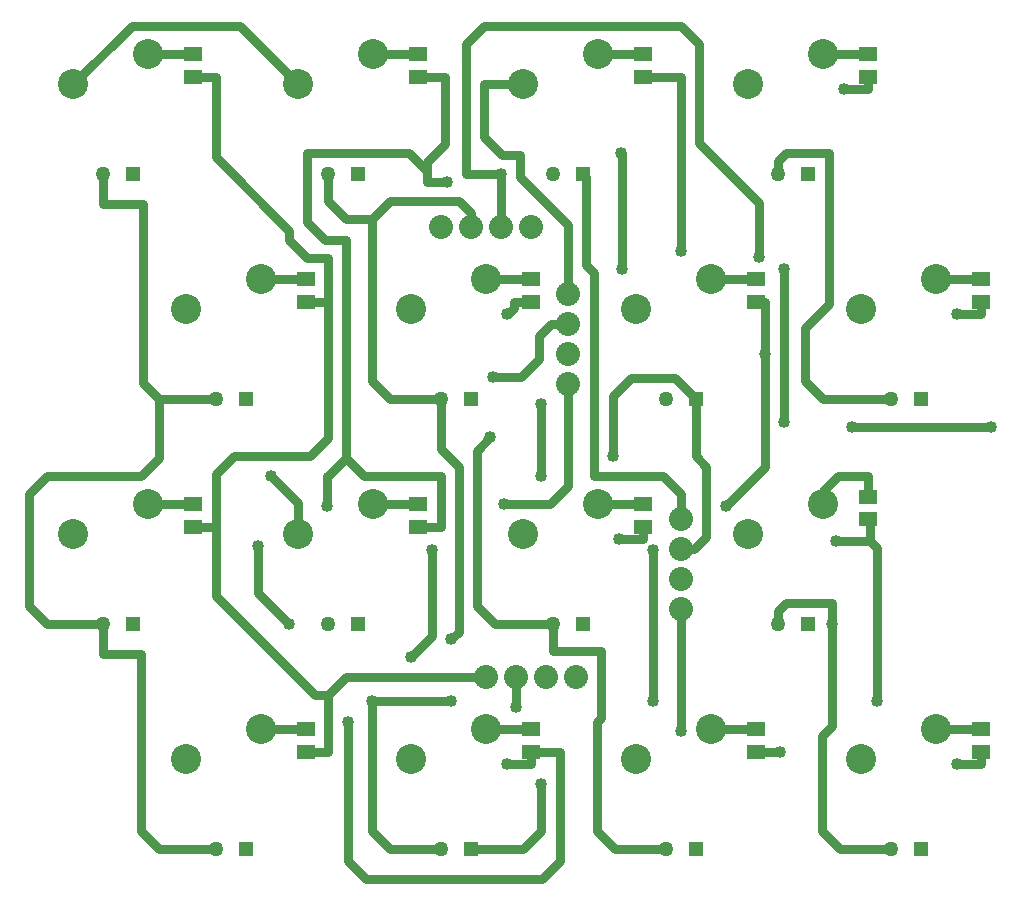
<source format=gbl>
G04 DipTrace 2.2.0.9*
%INBottom.gbr*%
%MOIN*%
%ADD13C,0.03*%
%ADD14R,0.0591X0.0512*%
%ADD15C,0.05*%
%ADD16R,0.05X0.05*%
%ADD17C,0.08*%
%ADD18C,0.1*%
%ADD19C,0.04*%
%FSLAX44Y44*%
%SFA1B1*%
%OFA0B0*%
G04*
G70*
G90*
G75*
G01*
%LNBottom*%
%LPD*%
X4502Y27998D2*
D13*
X6000D1*
X12002D2*
X13500D1*
X19502D2*
X21000D1*
X27002D2*
X28500D1*
X23252Y5498D2*
X24750D1*
X17000Y27000D2*
X15695D1*
Y25250D1*
X16295Y24650D1*
X16900D1*
Y23900D1*
X18500Y22300D1*
Y20000D1*
X9500Y27000D2*
X7550Y28950D1*
X3950D1*
X2000Y27000D1*
X8252Y20498D2*
X9750D1*
X6000Y13000D2*
X4500D1*
X8252Y5498D2*
X9750D1*
X28785Y6450D2*
Y11550D1*
X28550Y11785D1*
Y12500D1*
X28500D1*
X31455Y4344D2*
X32250D1*
Y4750D1*
X27410Y11785D2*
X28550D1*
X27950Y15566D2*
X32585D1*
X27705Y26844D2*
X28500D1*
Y27250D1*
X31455Y19344D2*
X32250D1*
Y19750D1*
X28500Y12500D2*
D3*
X22250Y21450D2*
Y27250D1*
X21000D1*
X25545Y4750D2*
X24750D1*
Y19750D2*
X25045D1*
Y18000D1*
X21335Y6450D2*
Y11494D1*
X20205Y11844D2*
X21000D1*
Y12250D1*
X25045Y18000D2*
Y14245D1*
X23750Y12950D1*
X13500Y27250D2*
X14395D1*
Y25000D1*
X13795Y24400D1*
Y24100D1*
X13195Y24700D1*
X9800D1*
Y22404D1*
X10400Y21804D1*
X11095D1*
Y14550D1*
X11695Y13950D1*
X14245D1*
Y12250D1*
X13500D1*
X11095Y14550D2*
X10495Y13950D1*
X10450D1*
Y12950D1*
X9200Y9000D2*
X8165Y10035D1*
Y11602D1*
X16455Y4344D2*
X17250D1*
Y4750D1*
X16750Y6254D2*
Y7250D1*
X16455Y19335D2*
D3*
X20250Y24700D2*
D3*
X13795Y24100D2*
Y23750D1*
X14445D1*
X17250Y4750D2*
X18235D1*
Y1116D1*
X17635Y516D1*
X11745D1*
X11145Y1116D1*
Y5750D1*
X16455Y19335D2*
X16500D1*
X16700Y19535D1*
Y19750D1*
X17250D1*
X20250Y24700D2*
X20300Y24650D1*
Y20850D1*
X9750Y4750D2*
X10495D1*
Y6650D1*
X10050D1*
X6750Y9950D1*
Y12252D1*
Y14000D1*
X7350Y14600D1*
X9895D1*
X10495Y15200D1*
Y19750D1*
X9750D1*
X10495D2*
D3*
Y6650D2*
X11095Y7250D1*
X14550D1*
X15750D1*
X6750Y12252D2*
X6000D1*
X10495Y19750D2*
Y21204D1*
X9800D1*
X9200Y21804D1*
Y22123D1*
X6745Y24577D1*
Y27250D1*
X6000D1*
X15752Y20498D2*
X17250D1*
X23252D2*
X24750D1*
X30752D2*
X32250D1*
X12002Y12998D2*
X13500D1*
X19502D2*
X21000D1*
X27000Y13000D2*
Y13454D1*
X27500Y13954D1*
X28500D1*
Y13248D1*
X15752Y5498D2*
X17250D1*
X30752D2*
X32250D1*
X18500Y19000D2*
X17935D1*
X17535Y18600D1*
Y17850D1*
X16935Y17250D1*
X15985D1*
X17600Y13950D2*
Y16364D1*
X8600Y13950D2*
X9500Y13050D1*
Y12000D1*
X13950Y11494D2*
Y8600D1*
X13250Y7900D1*
X16350Y13000D2*
X17900D1*
X18500Y13600D1*
Y17000D1*
X19000Y24000D2*
X19100Y23900D1*
Y20975D1*
X19350Y20725D1*
Y13950D1*
X21650D1*
X22250Y13350D1*
Y12500D1*
X20000Y14600D2*
Y16600D1*
X20600Y17200D1*
X22050D1*
X22750Y16500D1*
Y14600D1*
X23100Y14250D1*
Y11900D1*
X22700Y11500D1*
X22250D1*
Y5450D2*
Y9500D1*
X15250Y1500D2*
X16985D1*
X17585Y2100D1*
Y3694D1*
X25500Y24000D2*
Y24450D1*
X25750Y24700D1*
X27200D1*
Y19685D1*
X26400Y18885D1*
Y17100D1*
X27000Y16500D1*
X29250D1*
X25500Y9000D2*
Y9450D1*
X25750Y9700D1*
X27300D1*
Y9000D1*
Y5618D1*
X26965Y5282D1*
Y2100D1*
X27565Y1500D1*
X29250D1*
X15900Y15250D2*
X15445Y14795D1*
Y9600D1*
X16045Y9000D1*
X18000D1*
X25695Y20850D2*
Y15750D1*
X16250Y22250D2*
Y24000D1*
X18000Y9000D2*
Y8100D1*
X19600D1*
Y5868D1*
X19465Y5733D1*
Y2100D1*
X20065Y1500D1*
X21750D1*
X16250Y24000D2*
X15095D1*
Y28350D1*
X15695Y28950D1*
X22250D1*
X22850Y28350D1*
Y25063D1*
X24850Y23063D1*
Y21254D1*
X14600Y8500D2*
X14845Y8745D1*
Y14252D1*
X14250Y14848D1*
Y16500D1*
X14600Y6450D2*
X11965D1*
X14250Y16500D2*
X12565D1*
X11965Y17100D1*
Y22500D1*
X12565Y23100D1*
X14850D1*
X15250Y22700D1*
Y22250D1*
X11965Y22500D2*
X11100D1*
X10500Y23100D1*
Y24000D1*
X11965Y6450D2*
Y2100D1*
X12565Y1500D1*
X14250D1*
X3000Y24000D2*
Y23016D1*
X4316D1*
Y17034D1*
X4850Y16500D1*
Y14550D1*
X4250Y13950D1*
X1116D1*
X516Y13350D1*
Y9600D1*
X1116Y9000D1*
X3000D1*
X6750Y16500D2*
X4850D1*
X3000Y9000D2*
Y8016D1*
X4266D1*
Y2100D1*
X4866Y1500D1*
X6750D1*
X4850Y16500D2*
D3*
D19*
X31455Y4344D3*
X32585Y15566D3*
X27950D3*
X27410Y11785D3*
X27705Y26844D3*
X31455Y19344D3*
X28785Y6450D3*
X22250Y21450D3*
X25545Y4750D3*
X23750Y12950D3*
X21335Y11494D3*
Y6450D3*
X20205Y11844D3*
X25045Y18000D3*
X10450Y12950D3*
X8165Y11602D3*
X9200Y9000D3*
X11145Y5750D3*
X16455Y4344D3*
X16750Y6254D3*
X16455Y19335D3*
X20300Y20850D3*
X20250Y24700D3*
X14445Y23750D3*
X15985Y17250D3*
X17600Y16364D3*
X8600Y13950D3*
X17600D3*
X13250Y7900D3*
X13950Y11494D3*
X16350Y13000D3*
X20000Y14600D3*
X22250Y5450D3*
X17585Y3694D3*
X27300Y9000D3*
X25695Y15750D3*
Y20850D3*
X24850Y21254D3*
X15900Y15250D3*
X16250Y24000D3*
X14600Y8500D3*
Y6450D3*
X11965D3*
D14*
X6000Y27250D3*
Y27998D3*
X13500Y27250D3*
Y27998D3*
X21000Y27250D3*
Y27998D3*
X28500Y27250D3*
Y27998D3*
X9750Y19750D3*
Y20498D3*
X17250Y19750D3*
Y20498D3*
X24750Y19750D3*
Y20498D3*
X32250Y19750D3*
Y20498D3*
X6000Y12252D3*
Y13000D3*
X13500Y12250D3*
Y12998D3*
X21000Y12250D3*
Y12998D3*
X28500Y12500D3*
Y13248D3*
X9750Y4750D3*
Y5498D3*
X17250Y4750D3*
Y5498D3*
X24750Y4750D3*
Y5498D3*
X32250Y4750D3*
Y5498D3*
D15*
X3000Y24000D3*
D16*
X4000D3*
D15*
X10500D3*
D16*
X11500D3*
D15*
X18000D3*
D16*
X19000D3*
D15*
X25500D3*
D16*
X26500D3*
D15*
X6750Y16500D3*
D16*
X7750D3*
D15*
X14250D3*
D16*
X15250D3*
D15*
X21750D3*
D16*
X22750D3*
D15*
X29250D3*
D16*
X30250D3*
D15*
X3000Y9000D3*
D16*
X4000D3*
D15*
X10500D3*
D16*
X11500D3*
D15*
X18000D3*
D16*
X19000D3*
D15*
X25500D3*
D16*
X26500D3*
D15*
X6750Y1500D3*
D16*
X7750D3*
D15*
X14250D3*
D16*
X15250D3*
D15*
X21750D3*
D16*
X22750D3*
D15*
X29250D3*
D16*
X30250D3*
D17*
X22250Y9500D3*
Y10500D3*
Y11500D3*
Y12500D3*
X18750Y7250D3*
X17750D3*
X16750D3*
X15750D3*
X14250Y22250D3*
X15250D3*
X16250D3*
X17250D3*
X18500Y17000D3*
Y18000D3*
Y19000D3*
Y20000D3*
D18*
X2000Y27000D3*
X4500Y28000D3*
X9500Y27000D3*
X12000Y28000D3*
X17000Y27000D3*
X19500Y28000D3*
X24500Y27000D3*
X27000Y28000D3*
X5750Y19500D3*
X8250Y20500D3*
X13250Y19500D3*
X15750Y20500D3*
X20750Y19500D3*
X23250Y20500D3*
X28250Y19500D3*
X30750Y20500D3*
X2000Y12000D3*
X4500Y13000D3*
X9500Y12000D3*
X12000Y13000D3*
X17000Y12000D3*
X19500Y13000D3*
X24500Y12000D3*
X27000Y13000D3*
X5750Y4500D3*
X8250Y5500D3*
X13250Y4500D3*
X15750Y5500D3*
X20750Y4500D3*
X23250Y5500D3*
X28250Y4500D3*
X30750Y5500D3*
M02*

</source>
